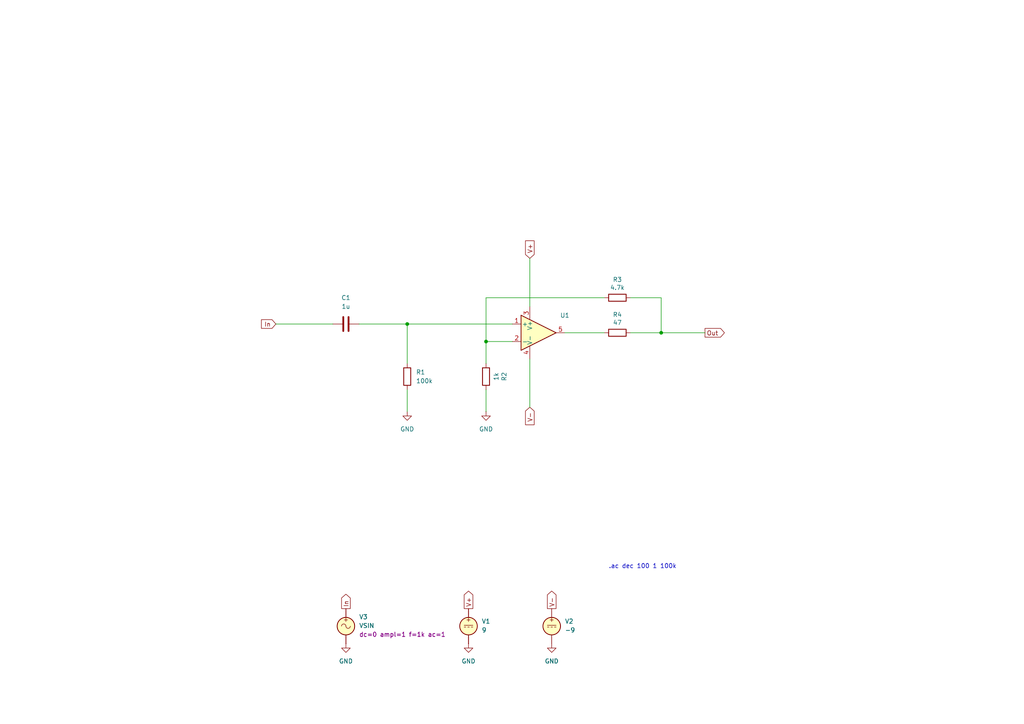
<source format=kicad_sch>
(kicad_sch (version 20231120) (generator "eeschema") (generator_version "8.0")
  (paper "A4")
  (title_block (title "OPamp, headphone") (date "2024-05-27") (rev "2") (company "GitHub/OJStuff"))
  (lib_symbols
    (symbol "Device:C" (pin_numbers hide) (pin_names (offset 0.254))
      (property "Reference" "C" (at 0.635 2.54 0))
      (property "Value" "C" (at 0.635 -2.54 0))
      (symbol "C_0_1"
        (polyline (pts (xy -2.032 -0.762) (xy 2.032 -0.762)) (stroke (width 0.508)))
        (polyline (pts (xy -2.032 0.762) (xy 2.032 0.762)) (stroke (width 0.508)))
      )
      (symbol "C_1_1"
        (pin passive line (at 0 3.81 270) (length 2.794) (name "~") (number "1"))
        (pin passive line (at 0 -3.81 90) (length 2.794) (name "~") (number "2"))
      )
    )
    (symbol "Device:R" (pin_numbers hide) (pin_names (offset 0))
      (property "Reference" "R" (at 2.032 0 90))
      (property "Value" "R" (at 0 0 90))
      (symbol "R_0_1"
        (rectangle (start -1.016 -2.54) (end 1.016 2.54) (stroke (width 0.254)))
      )
      (symbol "R_1_1"
        (pin passive line (at 0 3.81 270) (length 1.27) (name "~") (number "1"))
        (pin passive line (at 0 -3.81 90) (length 1.27) (name "~") (number "2"))
      )
    )
    (symbol "Simulation_SPICE:OPAMP" (pin_names (offset 0.254))
      (property "Reference" "U" (at 3.81 3.175 0))
      (property "Value" "${SIM.PARAMS}" (at 3.81 -3.175 0))
      (symbol "OPAMP_0_1"
        (polyline (pts (xy 5.08 0) (xy -5.08 5.08) (xy -5.08 -5.08) (xy 5.08 0)) (stroke (width 0.254)) (fill (type background)))
      )
      (symbol "OPAMP_1_1"
        (pin input line (at -7.62 2.54 0) (length 2.54) (name "+") (number "1"))
        (pin input line (at -7.62 -2.54 0) (length 2.54) (name "-") (number "2"))
        (pin power_in line (at -2.54 7.62 270) (length 3.81) (name "V+") (number "3"))
        (pin power_in line (at -2.54 -7.62 90) (length 3.81) (name "V-") (number "4"))
        (pin output line (at 7.62 0 180) (length 2.54) (name "~") (number "5"))
      )
    )
    (symbol "VDC_1" (pin_numbers hide) (pin_names (offset 0.0254))
      (property "Reference" "V" (at 2.54 2.54 0))
      (property "Value" "1" (at 2.54 0 0))
      (symbol "VDC_1_0_0"
        (polyline (pts (xy -1.27 0.254) (xy 1.27 0.254)))
        (polyline (pts (xy -0.762 -0.254) (xy -1.27 -0.254)))
        (polyline (pts (xy 0.254 -0.254) (xy -0.254 -0.254)))
        (polyline (pts (xy 1.27 -0.254) (xy 0.762 -0.254)))
        (text "+" (at 0 1.905 0) (effects (font (size 1.27 1.27))))
      )
      (symbol "VDC_1_0_1"
        (circle (center 0 0) (radius 2.54) (stroke (width 0.254)) (fill (type background)))
      )
      (symbol "VDC_1_1_1"
        (pin passive line (at 0 5.08 270) (length 2.54) (name "~") (number "1"))
        (pin passive line (at 0 -5.08 90) (length 2.54) (name "~") (number "2"))
      )
    )
    (symbol "VSIN_1" (pin_numbers hide) (pin_names (offset 0.0254))
      (property "Reference" "V" (at 2.54 2.54 0))
      (property "Value" "VSIN" (at 2.54 0 0))
      (property "Sim.Params" "dc=0 ampl=1 f=1k ac=1" (at 2.54 -2.54 0))
      (symbol "VSIN_1_0_0"
        (arc (start 0 0) (mid -0.635 0.6323) (end -1.27 0))
        (arc (start 0 0) (mid 0.635 -0.6323) (end 1.27 0))
        (text "+" (at 0 1.905 0) (effects (font (size 1.27 1.27))))
      )
      (symbol "VSIN_1_0_1"
        (circle (center 0 0) (radius 2.54) (stroke (width 0.254)) (fill (type background)))
      )
      (symbol "VSIN_1_1_1"
        (pin passive line (at 0 5.08 270) (length 2.54) (name "~") (number "1"))
        (pin passive line (at 0 -5.08 90) (length 2.54) (name "~") (number "2"))
      )
    )
    (symbol "power:GND" (power) (pin_numbers hide) (pin_names (offset 0) hide)
      (property "Value" "GND" (at 0 -3.81 0))
      (symbol "GND_0_1"
        (polyline (pts (xy 0 0) (xy 0 -1.27) (xy 1.27 -1.27) (xy 0 -2.54) (xy -1.27 -1.27) (xy 0 -1.27)))
      )
      (symbol "GND_1_1"
        (pin power_in line (at 0 0 270) (length 0) (name "~") (number "1"))
      )
    )
  )
  (junction (at 191.77 96.52))
  (junction (at 118.11 93.98))
  (junction (at 140.97 99.06))
  (wire (pts (xy 204.47 96.52) (xy 191.77 96.52)))
  (wire (pts (xy 118.11 93.98) (xy 148.59 93.98)))
  (wire (pts (xy 191.77 86.36) (xy 191.77 96.52)))
  (wire (pts (xy 140.97 86.36) (xy 175.26 86.36)))
  (wire (pts (xy 163.83 96.52) (xy 175.26 96.52)))
  (wire (pts (xy 118.11 93.98) (xy 118.11 105.41)))
  (wire (pts (xy 118.11 113.03) (xy 118.11 119.38)))
  (wire (pts (xy 140.97 113.03) (xy 140.97 119.38)))
  (wire (pts (xy 140.97 99.06) (xy 148.59 99.06)))
  (wire (pts (xy 80.01 93.98) (xy 96.52 93.98)))
  (wire (pts (xy 182.88 96.52) (xy 191.77 96.52)))
  (wire (pts (xy 104.14 93.98) (xy 118.11 93.98)))
  (wire (pts (xy 140.97 99.06) (xy 140.97 86.36)))
  (wire (pts (xy 182.88 86.36) (xy 191.77 86.36)))
  (wire (pts (xy 140.97 105.41) (xy 140.97 99.06)))
  (wire (pts (xy 153.67 74.93) (xy 153.67 88.9)))
  (wire (pts (xy 153.67 118.11) (xy 153.67 104.14)))
  (text ".ac dec 100 1 100k" (at 176.53 165.1 0) (effects (font (size 1.27 1.27)) (justify left bottom)))
  (global_label "In" (shape output) (at 100.33 176.53 90) (property "Intersheetrefs" "${INTERSHEET_REFS}" (effects (hide yes))))
  (global_label "V-" (shape output) (at 160.02 176.53 90) (property "Intersheetrefs" "${INTERSHEET_REFS}" (effects (hide yes))))
  (global_label "V+" (shape output) (at 135.89 176.53 90) (property "Intersheetrefs" "${INTERSHEET_REFS}" (effects (hide yes))))
  (global_label "V-" (shape input) (at 153.67 118.11 270) (property "Intersheetrefs" "${INTERSHEET_REFS}" (effects (hide yes))))
  (global_label "In" (shape input) (at 80.01 93.98 180) (property "Intersheetrefs" "${INTERSHEET_REFS}" (effects (hide yes))))
  (global_label "Out" (shape output) (at 204.47 96.52 0) (property "Intersheetrefs" "${INTERSHEET_REFS}" (effects (hide yes))))
  (global_label "V+" (shape input) (at 153.67 74.93 90) (property "Intersheetrefs" "${INTERSHEET_REFS}" (effects (hide yes))))
  (symbol (lib_id "power:GND") (at 100.33 186.69 0) (unit 1)
    (property "Reference" "#PWR03" (effects (hide yes)))
    (property "Value" "GND" (at 100.33 191.77 0))
    (property "Description" "Power symbol creates a global label with name \"GND\" , ground" (effects (hide yes)))
  )
  (symbol (lib_name "VDC_1") (lib_id "Simulation_SPICE:VDC") (at 160.02 181.61 0) (unit 1)
    (property "Reference" "V2" (at 163.83 180.2101 0) (effects (justify left)))
    (property "Value" "-9" (at 163.83 182.7501 0) (effects (justify left)))
    (property "Datasheet" "https://ngspice.sourceforge.io/docs/ngspice-html-manual/manual.xhtml#sec_Independent_Sources_for" (effects (hide yes)))
    (property "Description" "Voltage source, DC" (effects (hide yes)))
    (property "Sim.Pins" "1=+ 2=-" (effects (hide yes)))
    (property "Sim.Type" "DC" (effects (hide yes)))
    (property "Sim.Device" "V" (effects (hide yes)))
  )
  (symbol (lib_id "Device:R") (at 140.97 109.22 180) (unit 1)
    (property "Reference" "R2" (at 146.2278 109.22 90))
    (property "Value" "1k" (at 143.9164 109.22 90))
  )
  (symbol (lib_name "VSIN_1") (lib_id "Simulation_SPICE:VSIN") (at 100.33 181.61 0) (unit 1)
    (property "Reference" "V3" (at 104.14 178.9401 0) (effects (justify left)))
    (property "Value" "VSIN" (at 104.14 181.4801 0) (effects (justify left)))
    (property "Datasheet" "https://ngspice.sourceforge.io/docs/ngspice-html-manual/manual.xhtml#sec_Independent_Sources_for" (effects (hide yes)))
    (property "Description" "Voltage source, sinusoidal" (effects (hide yes)))
    (property "Sim.Pins" "1=+ 2=-" (effects (hide yes)))
    (property "Sim.Params" "dc=0 ampl=1 f=1k ac=1" (at 104.14 184.0201 0) (effects (justify left)))
    (property "Sim.Type" "SIN" (effects (hide yes)))
    (property "Sim.Device" "V" (effects (hide yes)))
  )
  (symbol (lib_id "power:GND") (at 160.02 186.69 0) (unit 1)
    (property "Reference" "#PWR05" (effects (hide yes)))
    (property "Value" "GND" (at 160.02 191.77 0))
    (property "Description" "Power symbol creates a global label with name \"GND\" , ground" (effects (hide yes)))
  )
  (symbol (lib_id "Device:R") (at 118.11 109.22 0) (unit 1)
    (property "Reference" "R1" (at 120.65 107.9499 0) (effects (justify left)))
    (property "Value" "100k" (at 120.65 110.4899 0) (effects (justify left)))
  )
  (symbol (lib_id "Device:C") (at 100.33 93.98 90) (unit 1)
    (property "Reference" "C1" (at 100.33 86.36 90))
    (property "Value" "1u" (at 100.33 88.9 90))
  )
  (symbol (lib_id "Simulation_SPICE:OPAMP") (at 156.21 96.52 0) (unit 1)
    (property "Reference" "U1" (at 163.83 91.4714 0))
    (property "Value" "${SIM.PARAMS}" (at 163.83 93.3765 0))
    (property "Datasheet" "https://ngspice.sourceforge.io/docs/ngspice-html-manual/manual.xhtml#sec__SUBCKT_Subcircuits" (effects (hide yes)))
    (property "Description" "Operational amplifier, single, node sequence=1:+ 2:- 3:OUT 4:V+ 5:V-" (effects (hide yes)))
    (property "Sim.Pins" "1=in+ 2=in- 3=vcc 4=vee 5=out" (effects (hide yes)))
    (property "Sim.Device" "SUBCKT" (effects (hide yes)))
    (property "Sim.Library" "${KICAD7_SYMBOL_DIR}/Simulation_SPICE.sp" (effects (hide yes)))
    (property "Sim.Name" "kicad_builtin_opamp" (effects (hide yes)))
  )
  (symbol (lib_id "power:GND") (at 118.11 119.38 0) (unit 1)
    (property "Reference" "#PWR01" (effects (hide yes)))
    (property "Value" "GND" (at 118.11 124.46 0))
    (property "Description" "Power symbol creates a global label with name \"GND\" , ground" (effects (hide yes)))
  )
  (symbol (lib_id "power:GND") (at 140.97 119.38 0) (unit 1)
    (property "Reference" "#PWR02" (effects (hide yes)))
    (property "Value" "GND" (at 140.97 124.46 0))
    (property "Description" "Power symbol creates a global label with name \"GND\" , ground" (effects (hide yes)))
  )
  (symbol (lib_id "Device:R") (at 179.07 86.36 270) (unit 1)
    (property "Reference" "R3" (at 179.07 81.1022 90))
    (property "Value" "4.7k" (at 179.07 83.4136 90))
  )
  (symbol (lib_id "power:GND") (at 135.89 186.69 0) (unit 1)
    (property "Reference" "#PWR04" (effects (hide yes)))
    (property "Value" "GND" (at 135.89 191.77 0))
    (property "Description" "Power symbol creates a global label with name \"GND\" , ground" (effects (hide yes)))
  )
  (symbol (lib_id "Device:R") (at 179.07 96.52 270) (unit 1)
    (property "Reference" "R4" (at 179.07 91.2622 90))
    (property "Value" "47" (at 179.07 93.5736 90))
  )
  (symbol (lib_name "VDC_1") (lib_id "Simulation_SPICE:VDC") (at 135.89 181.61 0) (unit 1)
    (property "Reference" "V1" (at 139.7 180.2101 0) (effects (justify left)))
    (property "Value" "9" (at 139.7 182.7501 0) (effects (justify left)))
    (property "Datasheet" "https://ngspice.sourceforge.io/docs/ngspice-html-manual/manual.xhtml#sec_Independent_Sources_for" (effects (hide yes)))
    (property "Description" "Voltage source, DC" (effects (hide yes)))
    (property "Sim.Pins" "1=+ 2=-" (effects (hide yes)))
    (property "Sim.Type" "DC" (effects (hide yes)))
    (property "Sim.Device" "V" (effects (hide yes)))
  )
)
</source>
